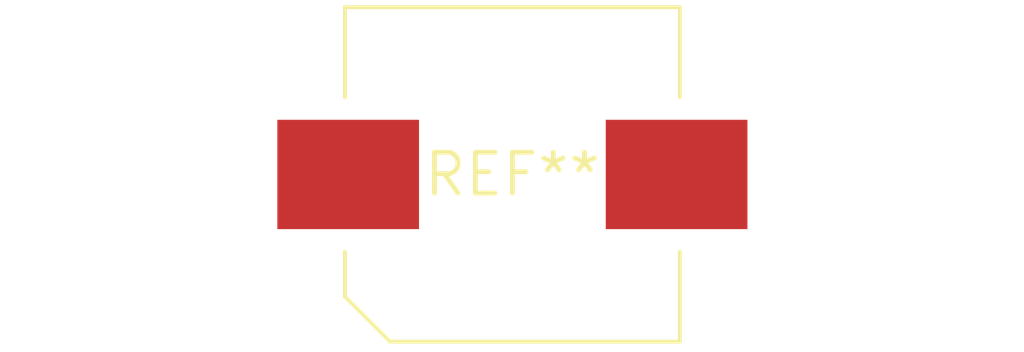
<source format=kicad_pcb>
(kicad_pcb (version 20240108) (generator pcbnew)
  (layers (0 "F.Cu" signal) (31 "B.Cu" signal) (34 "B.Paste" user) (35 "F.Paste" user) (36 "B.SilkS" user "B.Silkscreen") (37 "F.SilkS" user "F.Silkscreen") (38 "B.Mask" user) (39 "F.Mask" user) (44 "Edge.Cuts" user))
  (net 0 "")
  (footprint "L_Wuerth_WE-PDF_Handsoldering" (layer "F.Cu") (at 0 0)
    (property "Reference" "REF**")
    (property "Value" "L_Wuerth_WE-PDF_Handsoldering")
    (fp_line (start -5.2 -5.2) (end 5.2 -5.2) (layer "F.SilkS") (stroke (width 0.12)))
    (fp_line (start -5.2 -2.4) (end -5.2 -5.2) (layer "F.SilkS") (stroke (width 0.12)))
    (fp_line (start -5.2 3.8) (end -5.2 2.4) (layer "F.SilkS") (stroke (width 0.12)))
    (fp_line (start -3.8 5.2) (end -5.2 3.8) (layer "F.SilkS") (stroke (width 0.12)))
    (fp_line (start 5.2 -5.2) (end 5.2 -2.4) (layer "F.SilkS") (stroke (width 0.12)))
    (fp_line (start 5.2 2.4) (end 5.2 5.2) (layer "F.SilkS") (stroke (width 0.12)))
    (fp_line (start 5.2 5.2) (end -3.8 5.2) (layer "F.SilkS") (stroke (width 0.12)))
    (pad "1" smd rect (at -5.1 0) (size 4.4 3.4) (layers "F.Cu" "F.Paste" "F.Mask"))
    (pad "2" smd rect (at 5.1 0) (size 4.4 3.4) (layers "F.Cu" "F.Paste" "F.Mask"))
  )
)
</source>
